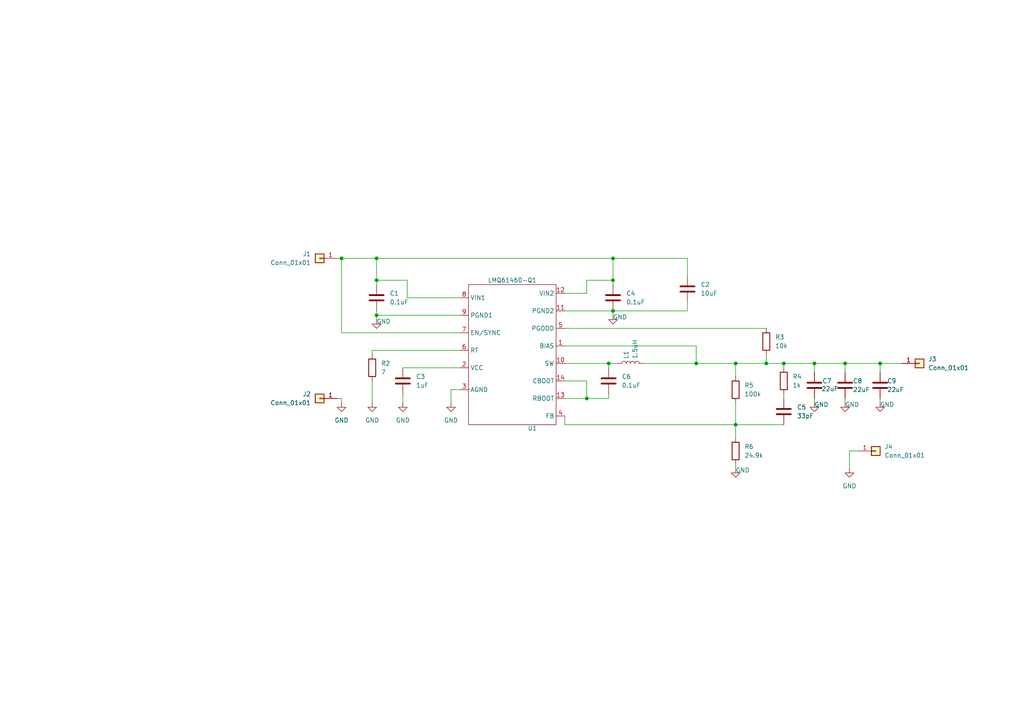
<source format=kicad_sch>
(kicad_sch
	(version 20231120)
	(generator "eeschema")
	(generator_version "8.0")
	(uuid "0930147f-cdc0-45ee-a049-3e61ec1a4230")
	(paper "A4")
	(lib_symbols
		(symbol "Connector_Generic:Conn_01x01"
			(pin_names
				(offset 1.016) hide)
			(exclude_from_sim no)
			(in_bom yes)
			(on_board yes)
			(property "Reference" "J"
				(at 0 2.54 0)
				(effects
					(font
						(size 1.27 1.27)
					)
				)
			)
			(property "Value" "Conn_01x01"
				(at 0 -2.54 0)
				(effects
					(font
						(size 1.27 1.27)
					)
				)
			)
			(property "Footprint" ""
				(at 0 0 0)
				(effects
					(font
						(size 1.27 1.27)
					)
					(hide yes)
				)
			)
			(property "Datasheet" "~"
				(at 0 0 0)
				(effects
					(font
						(size 1.27 1.27)
					)
					(hide yes)
				)
			)
			(property "Description" "Generic connector, single row, 01x01, script generated (kicad-library-utils/schlib/autogen/connector/)"
				(at 0 0 0)
				(effects
					(font
						(size 1.27 1.27)
					)
					(hide yes)
				)
			)
			(property "ki_keywords" "connector"
				(at 0 0 0)
				(effects
					(font
						(size 1.27 1.27)
					)
					(hide yes)
				)
			)
			(property "ki_fp_filters" "Connector*:*_1x??_*"
				(at 0 0 0)
				(effects
					(font
						(size 1.27 1.27)
					)
					(hide yes)
				)
			)
			(symbol "Conn_01x01_1_1"
				(rectangle
					(start -1.27 0.127)
					(end 0 -0.127)
					(stroke
						(width 0.1524)
						(type default)
					)
					(fill
						(type none)
					)
				)
				(rectangle
					(start -1.27 1.27)
					(end 1.27 -1.27)
					(stroke
						(width 0.254)
						(type default)
					)
					(fill
						(type background)
					)
				)
				(pin passive line
					(at -5.08 0 0)
					(length 3.81)
					(name "Pin_1"
						(effects
							(font
								(size 1.27 1.27)
							)
						)
					)
					(number "1"
						(effects
							(font
								(size 1.27 1.27)
							)
						)
					)
				)
			)
		)
		(symbol "Device:C"
			(pin_numbers hide)
			(pin_names
				(offset 0.254)
			)
			(exclude_from_sim no)
			(in_bom yes)
			(on_board yes)
			(property "Reference" "C"
				(at 0.635 2.54 0)
				(effects
					(font
						(size 1.27 1.27)
					)
					(justify left)
				)
			)
			(property "Value" "C"
				(at 0.635 -2.54 0)
				(effects
					(font
						(size 1.27 1.27)
					)
					(justify left)
				)
			)
			(property "Footprint" ""
				(at 0.9652 -3.81 0)
				(effects
					(font
						(size 1.27 1.27)
					)
					(hide yes)
				)
			)
			(property "Datasheet" "~"
				(at 0 0 0)
				(effects
					(font
						(size 1.27 1.27)
					)
					(hide yes)
				)
			)
			(property "Description" "Unpolarized capacitor"
				(at 0 0 0)
				(effects
					(font
						(size 1.27 1.27)
					)
					(hide yes)
				)
			)
			(property "ki_keywords" "cap capacitor"
				(at 0 0 0)
				(effects
					(font
						(size 1.27 1.27)
					)
					(hide yes)
				)
			)
			(property "ki_fp_filters" "C_*"
				(at 0 0 0)
				(effects
					(font
						(size 1.27 1.27)
					)
					(hide yes)
				)
			)
			(symbol "C_0_1"
				(polyline
					(pts
						(xy -2.032 -0.762) (xy 2.032 -0.762)
					)
					(stroke
						(width 0.508)
						(type default)
					)
					(fill
						(type none)
					)
				)
				(polyline
					(pts
						(xy -2.032 0.762) (xy 2.032 0.762)
					)
					(stroke
						(width 0.508)
						(type default)
					)
					(fill
						(type none)
					)
				)
			)
			(symbol "C_1_1"
				(pin passive line
					(at 0 3.81 270)
					(length 2.794)
					(name "~"
						(effects
							(font
								(size 1.27 1.27)
							)
						)
					)
					(number "1"
						(effects
							(font
								(size 1.27 1.27)
							)
						)
					)
				)
				(pin passive line
					(at 0 -3.81 90)
					(length 2.794)
					(name "~"
						(effects
							(font
								(size 1.27 1.27)
							)
						)
					)
					(number "2"
						(effects
							(font
								(size 1.27 1.27)
							)
						)
					)
				)
			)
		)
		(symbol "Device:L"
			(pin_numbers hide)
			(pin_names
				(offset 1.016) hide)
			(exclude_from_sim no)
			(in_bom yes)
			(on_board yes)
			(property "Reference" "L"
				(at -1.27 0 90)
				(effects
					(font
						(size 1.27 1.27)
					)
				)
			)
			(property "Value" "L"
				(at 1.905 0 90)
				(effects
					(font
						(size 1.27 1.27)
					)
				)
			)
			(property "Footprint" ""
				(at 0 0 0)
				(effects
					(font
						(size 1.27 1.27)
					)
					(hide yes)
				)
			)
			(property "Datasheet" "~"
				(at 0 0 0)
				(effects
					(font
						(size 1.27 1.27)
					)
					(hide yes)
				)
			)
			(property "Description" "Inductor"
				(at 0 0 0)
				(effects
					(font
						(size 1.27 1.27)
					)
					(hide yes)
				)
			)
			(property "ki_keywords" "inductor choke coil reactor magnetic"
				(at 0 0 0)
				(effects
					(font
						(size 1.27 1.27)
					)
					(hide yes)
				)
			)
			(property "ki_fp_filters" "Choke_* *Coil* Inductor_* L_*"
				(at 0 0 0)
				(effects
					(font
						(size 1.27 1.27)
					)
					(hide yes)
				)
			)
			(symbol "L_0_1"
				(arc
					(start 0 -2.54)
					(mid 0.6323 -1.905)
					(end 0 -1.27)
					(stroke
						(width 0)
						(type default)
					)
					(fill
						(type none)
					)
				)
				(arc
					(start 0 -1.27)
					(mid 0.6323 -0.635)
					(end 0 0)
					(stroke
						(width 0)
						(type default)
					)
					(fill
						(type none)
					)
				)
				(arc
					(start 0 0)
					(mid 0.6323 0.635)
					(end 0 1.27)
					(stroke
						(width 0)
						(type default)
					)
					(fill
						(type none)
					)
				)
				(arc
					(start 0 1.27)
					(mid 0.6323 1.905)
					(end 0 2.54)
					(stroke
						(width 0)
						(type default)
					)
					(fill
						(type none)
					)
				)
			)
			(symbol "L_1_1"
				(pin passive line
					(at 0 3.81 270)
					(length 1.27)
					(name "1"
						(effects
							(font
								(size 1.27 1.27)
							)
						)
					)
					(number "1"
						(effects
							(font
								(size 1.27 1.27)
							)
						)
					)
				)
				(pin passive line
					(at 0 -3.81 90)
					(length 1.27)
					(name "2"
						(effects
							(font
								(size 1.27 1.27)
							)
						)
					)
					(number "2"
						(effects
							(font
								(size 1.27 1.27)
							)
						)
					)
				)
			)
		)
		(symbol "Device:R"
			(pin_numbers hide)
			(pin_names
				(offset 0)
			)
			(exclude_from_sim no)
			(in_bom yes)
			(on_board yes)
			(property "Reference" "R"
				(at 2.032 0 90)
				(effects
					(font
						(size 1.27 1.27)
					)
				)
			)
			(property "Value" "R"
				(at 0 0 90)
				(effects
					(font
						(size 1.27 1.27)
					)
				)
			)
			(property "Footprint" ""
				(at -1.778 0 90)
				(effects
					(font
						(size 1.27 1.27)
					)
					(hide yes)
				)
			)
			(property "Datasheet" "~"
				(at 0 0 0)
				(effects
					(font
						(size 1.27 1.27)
					)
					(hide yes)
				)
			)
			(property "Description" "Resistor"
				(at 0 0 0)
				(effects
					(font
						(size 1.27 1.27)
					)
					(hide yes)
				)
			)
			(property "ki_keywords" "R res resistor"
				(at 0 0 0)
				(effects
					(font
						(size 1.27 1.27)
					)
					(hide yes)
				)
			)
			(property "ki_fp_filters" "R_*"
				(at 0 0 0)
				(effects
					(font
						(size 1.27 1.27)
					)
					(hide yes)
				)
			)
			(symbol "R_0_1"
				(rectangle
					(start -1.016 -2.54)
					(end 1.016 2.54)
					(stroke
						(width 0.254)
						(type default)
					)
					(fill
						(type none)
					)
				)
			)
			(symbol "R_1_1"
				(pin passive line
					(at 0 3.81 270)
					(length 1.27)
					(name "~"
						(effects
							(font
								(size 1.27 1.27)
							)
						)
					)
					(number "1"
						(effects
							(font
								(size 1.27 1.27)
							)
						)
					)
				)
				(pin passive line
					(at 0 -3.81 90)
					(length 1.27)
					(name "~"
						(effects
							(font
								(size 1.27 1.27)
							)
						)
					)
					(number "2"
						(effects
							(font
								(size 1.27 1.27)
							)
						)
					)
				)
			)
		)
		(symbol "Regulators:LMQ61460-Q1"
			(exclude_from_sim no)
			(in_bom yes)
			(on_board yes)
			(property "Reference" "LMQ61460-Q1"
				(at -11.684 20.32 0)
				(effects
					(font
						(size 1.27 1.27)
					)
				)
			)
			(property "Value" ""
				(at -408.94 -85.09 0)
				(effects
					(font
						(size 1.27 1.27)
					)
				)
			)
			(property "Footprint" ""
				(at -408.94 -85.09 0)
				(effects
					(font
						(size 1.27 1.27)
					)
					(hide yes)
				)
			)
			(property "Datasheet" ""
				(at -408.94 -85.09 0)
				(effects
					(font
						(size 1.27 1.27)
					)
					(hide yes)
				)
			)
			(property "Description" ""
				(at -408.94 -85.09 0)
				(effects
					(font
						(size 1.27 1.27)
					)
					(hide yes)
				)
			)
			(symbol "LMQ61460-Q1_0_1"
				(rectangle
					(start -12.7 19.05)
					(end 12.7 -21.59)
					(stroke
						(width 0)
						(type default)
					)
					(fill
						(type none)
					)
				)
			)
			(symbol "LMQ61460-Q1_1_1"
				(pin input line
					(at 15.24 1.27 180)
					(length 2.54)
					(name "BIAS"
						(effects
							(font
								(size 1.27 1.27)
							)
						)
					)
					(number "1"
						(effects
							(font
								(size 1.27 1.27)
							)
						)
					)
				)
				(pin input line
					(at 15.24 -3.81 180)
					(length 2.54)
					(name "SW"
						(effects
							(font
								(size 1.27 1.27)
							)
						)
					)
					(number "10"
						(effects
							(font
								(size 1.27 1.27)
							)
						)
					)
				)
				(pin input line
					(at 15.24 11.43 180)
					(length 2.54)
					(name "PGND2"
						(effects
							(font
								(size 1.27 1.27)
							)
						)
					)
					(number "11"
						(effects
							(font
								(size 1.27 1.27)
							)
						)
					)
				)
				(pin input line
					(at 15.24 16.51 180)
					(length 2.54)
					(name "VIN2"
						(effects
							(font
								(size 1.27 1.27)
							)
						)
					)
					(number "12"
						(effects
							(font
								(size 1.27 1.27)
							)
						)
					)
				)
				(pin input line
					(at 15.24 -13.97 180)
					(length 2.54)
					(name "RBOOT"
						(effects
							(font
								(size 1.27 1.27)
							)
						)
					)
					(number "13"
						(effects
							(font
								(size 1.27 1.27)
							)
						)
					)
				)
				(pin input line
					(at 15.24 -8.89 180)
					(length 2.54)
					(name "CBOOT"
						(effects
							(font
								(size 1.27 1.27)
							)
						)
					)
					(number "14"
						(effects
							(font
								(size 1.27 1.27)
							)
						)
					)
				)
				(pin input line
					(at -15.24 -5.08 0)
					(length 2.54)
					(name "VCC"
						(effects
							(font
								(size 1.27 1.27)
							)
						)
					)
					(number "2"
						(effects
							(font
								(size 1.27 1.27)
							)
						)
					)
				)
				(pin input line
					(at -15.24 -11.43 0)
					(length 2.54)
					(name "AGND"
						(effects
							(font
								(size 1.27 1.27)
							)
						)
					)
					(number "3"
						(effects
							(font
								(size 1.27 1.27)
							)
						)
					)
				)
				(pin input line
					(at 15.24 -19.05 180)
					(length 2.54)
					(name "FB"
						(effects
							(font
								(size 1.27 1.27)
							)
						)
					)
					(number "4"
						(effects
							(font
								(size 1.27 1.27)
							)
						)
					)
				)
				(pin input line
					(at 15.24 6.35 180)
					(length 2.54)
					(name "PGOOD"
						(effects
							(font
								(size 1.27 1.27)
							)
						)
					)
					(number "5"
						(effects
							(font
								(size 1.27 1.27)
							)
						)
					)
				)
				(pin input line
					(at -15.24 0 0)
					(length 2.54)
					(name "RT"
						(effects
							(font
								(size 1.27 1.27)
							)
						)
					)
					(number "6"
						(effects
							(font
								(size 1.27 1.27)
							)
						)
					)
				)
				(pin input line
					(at -15.24 5.08 0)
					(length 2.54)
					(name "EN/SYNC"
						(effects
							(font
								(size 1.27 1.27)
							)
						)
					)
					(number "7"
						(effects
							(font
								(size 1.27 1.27)
							)
						)
					)
				)
				(pin input line
					(at -15.24 15.24 0)
					(length 2.54)
					(name "VIN1"
						(effects
							(font
								(size 1.27 1.27)
							)
						)
					)
					(number "8"
						(effects
							(font
								(size 1.27 1.27)
							)
						)
					)
				)
				(pin input line
					(at -15.24 10.16 0)
					(length 2.54)
					(name "PGND1"
						(effects
							(font
								(size 1.27 1.27)
							)
						)
					)
					(number "9"
						(effects
							(font
								(size 1.27 1.27)
							)
						)
					)
				)
			)
		)
		(symbol "power:GND"
			(power)
			(pin_numbers hide)
			(pin_names
				(offset 0) hide)
			(exclude_from_sim no)
			(in_bom yes)
			(on_board yes)
			(property "Reference" "#PWR"
				(at 0 -6.35 0)
				(effects
					(font
						(size 1.27 1.27)
					)
					(hide yes)
				)
			)
			(property "Value" "GND"
				(at 0 -3.81 0)
				(effects
					(font
						(size 1.27 1.27)
					)
				)
			)
			(property "Footprint" ""
				(at 0 0 0)
				(effects
					(font
						(size 1.27 1.27)
					)
					(hide yes)
				)
			)
			(property "Datasheet" ""
				(at 0 0 0)
				(effects
					(font
						(size 1.27 1.27)
					)
					(hide yes)
				)
			)
			(property "Description" "Power symbol creates a global label with name \"GND\" , ground"
				(at 0 0 0)
				(effects
					(font
						(size 1.27 1.27)
					)
					(hide yes)
				)
			)
			(property "ki_keywords" "global power"
				(at 0 0 0)
				(effects
					(font
						(size 1.27 1.27)
					)
					(hide yes)
				)
			)
			(symbol "GND_0_1"
				(polyline
					(pts
						(xy 0 0) (xy 0 -1.27) (xy 1.27 -1.27) (xy 0 -2.54) (xy -1.27 -1.27) (xy 0 -1.27)
					)
					(stroke
						(width 0)
						(type default)
					)
					(fill
						(type none)
					)
				)
			)
			(symbol "GND_1_1"
				(pin power_in line
					(at 0 0 270)
					(length 0)
					(name "~"
						(effects
							(font
								(size 1.27 1.27)
							)
						)
					)
					(number "1"
						(effects
							(font
								(size 1.27 1.27)
							)
						)
					)
				)
			)
		)
	)
	(junction
		(at 245.11 105.41)
		(diameter 0)
		(color 0 0 0 0)
		(uuid "21d6c519-b023-40f8-8934-6f6c40025944")
	)
	(junction
		(at 227.33 105.41)
		(diameter 0)
		(color 0 0 0 0)
		(uuid "2f2f9dec-14ec-4d18-bb77-c7ca74598017")
	)
	(junction
		(at 201.93 105.41)
		(diameter 0)
		(color 0 0 0 0)
		(uuid "359676d7-89ab-4280-8bb4-5216931e6835")
	)
	(junction
		(at 109.22 81.28)
		(diameter 0)
		(color 0 0 0 0)
		(uuid "38d8c842-4f01-4623-bc88-4a8c0a0d3b53")
	)
	(junction
		(at 213.36 105.41)
		(diameter 0)
		(color 0 0 0 0)
		(uuid "3cc57090-3929-4477-847c-764d33381d2f")
	)
	(junction
		(at 255.27 105.41)
		(diameter 0)
		(color 0 0 0 0)
		(uuid "42d5fd05-baac-4a5c-9dab-62c93e0abbd1")
	)
	(junction
		(at 222.25 105.41)
		(diameter 0)
		(color 0 0 0 0)
		(uuid "4360c183-1a01-4344-85e1-0474432ee9cb")
	)
	(junction
		(at 99.06 74.93)
		(diameter 0)
		(color 0 0 0 0)
		(uuid "47b03400-8de2-4abc-aa8e-f25c861fbb00")
	)
	(junction
		(at 109.22 74.93)
		(diameter 0)
		(color 0 0 0 0)
		(uuid "8b45a080-5f91-4b3a-88f0-b33d074987db")
	)
	(junction
		(at 177.8 90.17)
		(diameter 0)
		(color 0 0 0 0)
		(uuid "8da73cdc-7196-496a-96ec-8b9e8cfc441d")
	)
	(junction
		(at 176.53 105.41)
		(diameter 0)
		(color 0 0 0 0)
		(uuid "9599b74e-e597-4a12-a70b-232cb6fc1ec6")
	)
	(junction
		(at 177.8 81.28)
		(diameter 0)
		(color 0 0 0 0)
		(uuid "aa6ecc36-b0a7-4a29-92a5-92c8d800b032")
	)
	(junction
		(at 170.18 115.57)
		(diameter 0)
		(color 0 0 0 0)
		(uuid "b32cb8b4-37d5-465c-83b8-416ae1fdecc7")
	)
	(junction
		(at 213.36 123.19)
		(diameter 0)
		(color 0 0 0 0)
		(uuid "b83a4fbf-c562-4b4f-906d-4a76ad2f96e3")
	)
	(junction
		(at 177.8 74.93)
		(diameter 0)
		(color 0 0 0 0)
		(uuid "e325297c-c41a-4421-8613-70ae0b1c949c")
	)
	(junction
		(at 109.22 91.44)
		(diameter 0)
		(color 0 0 0 0)
		(uuid "efdf7688-704c-476c-906b-800b724a7d93")
	)
	(junction
		(at 236.22 105.41)
		(diameter 0)
		(color 0 0 0 0)
		(uuid "f95abf56-dd4b-46bc-85b5-497e0c016525")
	)
	(wire
		(pts
			(xy 163.83 95.25) (xy 222.25 95.25)
		)
		(stroke
			(width 0)
			(type default)
		)
		(uuid "09e36c7e-7458-438f-9c43-556e0b4bf898")
	)
	(wire
		(pts
			(xy 246.38 135.89) (xy 246.38 130.81)
		)
		(stroke
			(width 0)
			(type default)
		)
		(uuid "0dc20b01-c83b-408b-b57b-50db0a7461d4")
	)
	(wire
		(pts
			(xy 163.83 110.49) (xy 170.18 110.49)
		)
		(stroke
			(width 0)
			(type default)
		)
		(uuid "1167fa22-f046-4fd5-aeb8-f28367994eff")
	)
	(wire
		(pts
			(xy 170.18 85.09) (xy 170.18 81.28)
		)
		(stroke
			(width 0)
			(type default)
		)
		(uuid "11aa0e8b-5195-44d9-b3a3-577074bb7ad8")
	)
	(wire
		(pts
			(xy 213.36 134.62) (xy 213.36 135.89)
		)
		(stroke
			(width 0)
			(type default)
		)
		(uuid "14e893ba-fcd2-48c7-9b0e-e499fe3a0559")
	)
	(wire
		(pts
			(xy 163.83 105.41) (xy 176.53 105.41)
		)
		(stroke
			(width 0)
			(type default)
		)
		(uuid "1644d1c5-71f4-4eab-8cde-9dc0bd6dd7f4")
	)
	(wire
		(pts
			(xy 109.22 82.55) (xy 109.22 81.28)
		)
		(stroke
			(width 0)
			(type default)
		)
		(uuid "18f80ef3-0156-4ec6-9748-74c1c66e7bc3")
	)
	(wire
		(pts
			(xy 107.95 101.6) (xy 107.95 102.87)
		)
		(stroke
			(width 0)
			(type default)
		)
		(uuid "1e1b7b1a-13e1-4f0c-bfc4-83b2dc0d877c")
	)
	(wire
		(pts
			(xy 245.11 115.57) (xy 245.11 116.84)
		)
		(stroke
			(width 0)
			(type default)
		)
		(uuid "1e513966-12c5-421a-b8fe-cb902448614f")
	)
	(wire
		(pts
			(xy 236.22 105.41) (xy 245.11 105.41)
		)
		(stroke
			(width 0)
			(type default)
		)
		(uuid "24ccee79-501f-4bb6-bd3f-ea9dfd646167")
	)
	(wire
		(pts
			(xy 201.93 105.41) (xy 201.93 100.33)
		)
		(stroke
			(width 0)
			(type default)
		)
		(uuid "2c87965f-3da3-44f2-bf43-2436808edcd5")
	)
	(wire
		(pts
			(xy 213.36 116.84) (xy 213.36 123.19)
		)
		(stroke
			(width 0)
			(type default)
		)
		(uuid "2e847acd-29c8-45a3-a836-3b0b1f4b5b4d")
	)
	(wire
		(pts
			(xy 177.8 90.17) (xy 177.8 91.44)
		)
		(stroke
			(width 0)
			(type default)
		)
		(uuid "304f54f1-6bb1-4994-be20-35fcf11e75ed")
	)
	(wire
		(pts
			(xy 176.53 115.57) (xy 176.53 114.3)
		)
		(stroke
			(width 0)
			(type default)
		)
		(uuid "33017e7e-efac-4c0f-9987-a91237695a8a")
	)
	(wire
		(pts
			(xy 99.06 116.84) (xy 99.06 115.57)
		)
		(stroke
			(width 0)
			(type default)
		)
		(uuid "33742d1e-bd9e-4eae-b4d9-94d8f55a0bf4")
	)
	(wire
		(pts
			(xy 130.81 113.03) (xy 133.35 113.03)
		)
		(stroke
			(width 0)
			(type default)
		)
		(uuid "34e1cdc8-46b1-4a93-a5bd-eaf8ae7a7bd7")
	)
	(wire
		(pts
			(xy 255.27 115.57) (xy 255.27 116.84)
		)
		(stroke
			(width 0)
			(type default)
		)
		(uuid "34f33d5d-f255-4aee-a898-7735cf047a4a")
	)
	(wire
		(pts
			(xy 227.33 105.41) (xy 236.22 105.41)
		)
		(stroke
			(width 0)
			(type default)
		)
		(uuid "3f2300f7-388a-45fb-8da8-06905becd049")
	)
	(wire
		(pts
			(xy 118.11 86.36) (xy 118.11 81.28)
		)
		(stroke
			(width 0)
			(type default)
		)
		(uuid "435729db-41df-4272-acf9-11b50a9ced17")
	)
	(wire
		(pts
			(xy 163.83 123.19) (xy 213.36 123.19)
		)
		(stroke
			(width 0)
			(type default)
		)
		(uuid "451b9d6e-8760-49f0-8047-a27cfffa5da5")
	)
	(wire
		(pts
			(xy 99.06 96.52) (xy 133.35 96.52)
		)
		(stroke
			(width 0)
			(type default)
		)
		(uuid "51fb46ec-c388-43ad-a4e4-8b0a38b3feaa")
	)
	(wire
		(pts
			(xy 186.69 105.41) (xy 201.93 105.41)
		)
		(stroke
			(width 0)
			(type default)
		)
		(uuid "56a3d21d-a843-47c6-895e-0b0f93888437")
	)
	(wire
		(pts
			(xy 245.11 105.41) (xy 255.27 105.41)
		)
		(stroke
			(width 0)
			(type default)
		)
		(uuid "5a82a0be-59e1-4728-b690-b7e65bd726b0")
	)
	(wire
		(pts
			(xy 99.06 115.57) (xy 97.79 115.57)
		)
		(stroke
			(width 0)
			(type default)
		)
		(uuid "6a0ff983-9627-4077-b0ed-34adfbcfde56")
	)
	(wire
		(pts
			(xy 177.8 74.93) (xy 177.8 81.28)
		)
		(stroke
			(width 0)
			(type default)
		)
		(uuid "6a420e48-5df6-40f4-a917-8fa32f0b1988")
	)
	(wire
		(pts
			(xy 109.22 91.44) (xy 109.22 90.17)
		)
		(stroke
			(width 0)
			(type default)
		)
		(uuid "70ef00b8-1eca-4f9b-bc0c-fbb384036056")
	)
	(wire
		(pts
			(xy 109.22 91.44) (xy 109.22 92.71)
		)
		(stroke
			(width 0)
			(type default)
		)
		(uuid "84d3a493-730b-4d43-a0c6-d7c14049af14")
	)
	(wire
		(pts
			(xy 130.81 116.84) (xy 130.81 113.03)
		)
		(stroke
			(width 0)
			(type default)
		)
		(uuid "86f08b47-f4bf-419a-b22f-4d2e5ede64e6")
	)
	(wire
		(pts
			(xy 177.8 74.93) (xy 199.39 74.93)
		)
		(stroke
			(width 0)
			(type default)
		)
		(uuid "8a10c533-a7cb-48c5-9e5b-73cf394f1426")
	)
	(wire
		(pts
			(xy 163.83 123.19) (xy 163.83 120.65)
		)
		(stroke
			(width 0)
			(type default)
		)
		(uuid "8a57b85a-dce7-4853-9e3a-5969ad66761d")
	)
	(wire
		(pts
			(xy 236.22 115.57) (xy 236.22 116.84)
		)
		(stroke
			(width 0)
			(type default)
		)
		(uuid "8d3c5840-f11c-424c-98c9-e96e98bc5f57")
	)
	(wire
		(pts
			(xy 222.25 102.87) (xy 222.25 105.41)
		)
		(stroke
			(width 0)
			(type default)
		)
		(uuid "8de0aa9e-bf44-4752-9416-eb1fdf933e18")
	)
	(wire
		(pts
			(xy 227.33 105.41) (xy 227.33 106.68)
		)
		(stroke
			(width 0)
			(type default)
		)
		(uuid "8f3523a1-6c72-46aa-9371-55fe9b2670b7")
	)
	(wire
		(pts
			(xy 236.22 105.41) (xy 236.22 107.95)
		)
		(stroke
			(width 0)
			(type default)
		)
		(uuid "9048014b-6f00-42f1-a985-aaef4a02e519")
	)
	(wire
		(pts
			(xy 116.84 106.68) (xy 133.35 106.68)
		)
		(stroke
			(width 0)
			(type default)
		)
		(uuid "972fbed5-9f12-4852-9959-3d8e92cbc479")
	)
	(wire
		(pts
			(xy 227.33 114.3) (xy 227.33 115.57)
		)
		(stroke
			(width 0)
			(type default)
		)
		(uuid "97c839eb-2527-4b5c-945b-dc32ce4106f3")
	)
	(wire
		(pts
			(xy 163.83 115.57) (xy 170.18 115.57)
		)
		(stroke
			(width 0)
			(type default)
		)
		(uuid "99f74ab2-88e4-4b91-a064-90414c44291f")
	)
	(wire
		(pts
			(xy 245.11 105.41) (xy 245.11 107.95)
		)
		(stroke
			(width 0)
			(type default)
		)
		(uuid "9a93dbee-79b7-473b-a2f3-e6e9ee7c21e9")
	)
	(wire
		(pts
			(xy 213.36 123.19) (xy 213.36 127)
		)
		(stroke
			(width 0)
			(type default)
		)
		(uuid "9c931d88-4cf6-4d71-9304-c2102d026acc")
	)
	(wire
		(pts
			(xy 213.36 105.41) (xy 213.36 109.22)
		)
		(stroke
			(width 0)
			(type default)
		)
		(uuid "9db1df37-36f5-4dd9-beaa-9f1bbb8e07af")
	)
	(wire
		(pts
			(xy 213.36 105.41) (xy 201.93 105.41)
		)
		(stroke
			(width 0)
			(type default)
		)
		(uuid "a02c91e6-6bd9-405e-a21a-18e8f7258de6")
	)
	(wire
		(pts
			(xy 199.39 90.17) (xy 177.8 90.17)
		)
		(stroke
			(width 0)
			(type default)
		)
		(uuid "a091c306-b7d4-46fc-91ef-dc669389b632")
	)
	(wire
		(pts
			(xy 177.8 81.28) (xy 177.8 82.55)
		)
		(stroke
			(width 0)
			(type default)
		)
		(uuid "a1c2d85c-9188-493a-87e0-a1c7568d979d")
	)
	(wire
		(pts
			(xy 255.27 105.41) (xy 261.62 105.41)
		)
		(stroke
			(width 0)
			(type default)
		)
		(uuid "a70a86e1-a035-40d3-9496-9357ad182099")
	)
	(wire
		(pts
			(xy 176.53 105.41) (xy 179.07 105.41)
		)
		(stroke
			(width 0)
			(type default)
		)
		(uuid "a79d49ec-b230-4fef-8d75-3509602f3400")
	)
	(wire
		(pts
			(xy 109.22 74.93) (xy 109.22 81.28)
		)
		(stroke
			(width 0)
			(type default)
		)
		(uuid "a88d9e6c-e679-41d8-9a39-df3f56a71464")
	)
	(wire
		(pts
			(xy 99.06 74.93) (xy 99.06 96.52)
		)
		(stroke
			(width 0)
			(type default)
		)
		(uuid "aa53a75f-e47c-4ec0-8b8b-09d348c3c697")
	)
	(wire
		(pts
			(xy 163.83 85.09) (xy 170.18 85.09)
		)
		(stroke
			(width 0)
			(type default)
		)
		(uuid "af3851f6-8eeb-405f-9731-d8c143beccc1")
	)
	(wire
		(pts
			(xy 109.22 74.93) (xy 177.8 74.93)
		)
		(stroke
			(width 0)
			(type default)
		)
		(uuid "af63ac40-ca38-4405-8027-13fcb68f0321")
	)
	(wire
		(pts
			(xy 199.39 87.63) (xy 199.39 90.17)
		)
		(stroke
			(width 0)
			(type default)
		)
		(uuid "b4d4dfba-c61e-42b7-8fed-da8c2d0fbca4")
	)
	(wire
		(pts
			(xy 116.84 114.3) (xy 116.84 116.84)
		)
		(stroke
			(width 0)
			(type default)
		)
		(uuid "b64357be-2c25-4837-800e-291bbe1a9eac")
	)
	(wire
		(pts
			(xy 107.95 110.49) (xy 107.95 116.84)
		)
		(stroke
			(width 0)
			(type default)
		)
		(uuid "b703704e-9143-4c9d-86ef-0fed4467ffc9")
	)
	(wire
		(pts
			(xy 177.8 90.17) (xy 163.83 90.17)
		)
		(stroke
			(width 0)
			(type default)
		)
		(uuid "b8930493-5483-4113-b73e-784d7960b6d6")
	)
	(wire
		(pts
			(xy 255.27 105.41) (xy 255.27 107.95)
		)
		(stroke
			(width 0)
			(type default)
		)
		(uuid "c145fcfd-b38b-413c-b968-74c3678c3399")
	)
	(wire
		(pts
			(xy 99.06 74.93) (xy 109.22 74.93)
		)
		(stroke
			(width 0)
			(type default)
		)
		(uuid "c5adf29e-bb32-43e5-9f76-c00b106fd2c4")
	)
	(wire
		(pts
			(xy 213.36 123.19) (xy 227.33 123.19)
		)
		(stroke
			(width 0)
			(type default)
		)
		(uuid "c63157c6-3b42-4c02-b27c-6caf74931f9b")
	)
	(wire
		(pts
			(xy 109.22 91.44) (xy 133.35 91.44)
		)
		(stroke
			(width 0)
			(type default)
		)
		(uuid "c66fda8d-7198-44e2-8d2d-0b5790c47fcc")
	)
	(wire
		(pts
			(xy 118.11 81.28) (xy 109.22 81.28)
		)
		(stroke
			(width 0)
			(type default)
		)
		(uuid "ccb5c3de-45bd-4722-b660-a22cbddbf0b2")
	)
	(wire
		(pts
			(xy 133.35 101.6) (xy 107.95 101.6)
		)
		(stroke
			(width 0)
			(type default)
		)
		(uuid "d1d89bba-4844-4914-9c0b-d2a15042b9d5")
	)
	(wire
		(pts
			(xy 133.35 86.36) (xy 118.11 86.36)
		)
		(stroke
			(width 0)
			(type default)
		)
		(uuid "d1e171dd-9e68-4d1b-8cac-be5152b39f18")
	)
	(wire
		(pts
			(xy 199.39 74.93) (xy 199.39 80.01)
		)
		(stroke
			(width 0)
			(type default)
		)
		(uuid "d737f2bf-f0a8-4dfd-a2c0-947257efd7d1")
	)
	(wire
		(pts
			(xy 170.18 110.49) (xy 170.18 115.57)
		)
		(stroke
			(width 0)
			(type default)
		)
		(uuid "dce93a36-66d8-487d-8a4b-9ab94897804c")
	)
	(wire
		(pts
			(xy 222.25 105.41) (xy 227.33 105.41)
		)
		(stroke
			(width 0)
			(type default)
		)
		(uuid "e2e39da3-cf44-4709-9ccc-8419aa8cc3ba")
	)
	(wire
		(pts
			(xy 213.36 105.41) (xy 222.25 105.41)
		)
		(stroke
			(width 0)
			(type default)
		)
		(uuid "e6a101f4-73d3-4820-91f0-81a6d0bfd59a")
	)
	(wire
		(pts
			(xy 246.38 130.81) (xy 248.92 130.81)
		)
		(stroke
			(width 0)
			(type default)
		)
		(uuid "e81b8561-eb70-41ab-b68f-3b52c30b5d62")
	)
	(wire
		(pts
			(xy 170.18 81.28) (xy 177.8 81.28)
		)
		(stroke
			(width 0)
			(type default)
		)
		(uuid "ec5deea2-e8c0-45a4-b424-50d233bb772f")
	)
	(wire
		(pts
			(xy 176.53 105.41) (xy 176.53 106.68)
		)
		(stroke
			(width 0)
			(type default)
		)
		(uuid "f0d904a1-de50-4666-abd4-ef1d4b9fb5f1")
	)
	(wire
		(pts
			(xy 97.79 74.93) (xy 99.06 74.93)
		)
		(stroke
			(width 0)
			(type default)
		)
		(uuid "fa9f7737-80c9-4999-9e26-a4de6220239f")
	)
	(wire
		(pts
			(xy 170.18 115.57) (xy 176.53 115.57)
		)
		(stroke
			(width 0)
			(type default)
		)
		(uuid "fab04b89-0d14-42d7-82a3-af713481bbc5")
	)
	(wire
		(pts
			(xy 201.93 100.33) (xy 163.83 100.33)
		)
		(stroke
			(width 0)
			(type default)
		)
		(uuid "fbb73c53-4a4a-4c23-9109-e516bd7ddf52")
	)
	(symbol
		(lib_id "Device:C")
		(at 177.8 86.36 0)
		(unit 1)
		(exclude_from_sim no)
		(in_bom yes)
		(on_board yes)
		(dnp no)
		(fields_autoplaced yes)
		(uuid "0d301428-d2c1-4400-ad2d-31feb4397db3")
		(property "Reference" "C4"
			(at 181.61 85.0899 0)
			(effects
				(font
					(size 1.27 1.27)
				)
				(justify left)
			)
		)
		(property "Value" "0.1uF"
			(at 181.61 87.6299 0)
			(effects
				(font
					(size 1.27 1.27)
				)
				(justify left)
			)
		)
		(property "Footprint" "Capacitor_SMD:C_0402_1005Metric"
			(at 178.7652 90.17 0)
			(effects
				(font
					(size 1.27 1.27)
				)
				(hide yes)
			)
		)
		(property "Datasheet" "~"
			(at 177.8 86.36 0)
			(effects
				(font
					(size 1.27 1.27)
				)
				(hide yes)
			)
		)
		(property "Description" "Unpolarized capacitor"
			(at 177.8 86.36 0)
			(effects
				(font
					(size 1.27 1.27)
				)
				(hide yes)
			)
		)
		(pin "1"
			(uuid "fd8a6c08-1e0a-42bd-bc8a-d4d35dcb3645")
		)
		(pin "2"
			(uuid "79b2d616-98aa-4a96-9502-b01fc29a1b8d")
		)
		(instances
			(project "LMQ61460-Q1"
				(path "/0930147f-cdc0-45ee-a049-3e61ec1a4230"
					(reference "C4")
					(unit 1)
				)
			)
		)
	)
	(symbol
		(lib_id "Device:C")
		(at 227.33 119.38 0)
		(unit 1)
		(exclude_from_sim no)
		(in_bom yes)
		(on_board yes)
		(dnp no)
		(fields_autoplaced yes)
		(uuid "28c8acaa-907e-428c-952c-e2cdd0063d56")
		(property "Reference" "C5"
			(at 231.14 118.1099 0)
			(effects
				(font
					(size 1.27 1.27)
				)
				(justify left)
			)
		)
		(property "Value" "33pF"
			(at 231.14 120.6499 0)
			(effects
				(font
					(size 1.27 1.27)
				)
				(justify left)
			)
		)
		(property "Footprint" "Capacitor_SMD:C_0402_1005Metric"
			(at 228.2952 123.19 0)
			(effects
				(font
					(size 1.27 1.27)
				)
				(hide yes)
			)
		)
		(property "Datasheet" "~"
			(at 227.33 119.38 0)
			(effects
				(font
					(size 1.27 1.27)
				)
				(hide yes)
			)
		)
		(property "Description" "Unpolarized capacitor"
			(at 227.33 119.38 0)
			(effects
				(font
					(size 1.27 1.27)
				)
				(hide yes)
			)
		)
		(pin "1"
			(uuid "46ddfbc5-2f8b-4182-bb56-49c5581008ff")
		)
		(pin "2"
			(uuid "325cd87d-df56-4602-ae21-080476c87f0c")
		)
		(instances
			(project "LMQ61460-Q1"
				(path "/0930147f-cdc0-45ee-a049-3e61ec1a4230"
					(reference "C5")
					(unit 1)
				)
			)
		)
	)
	(symbol
		(lib_id "Device:R")
		(at 213.36 130.81 0)
		(unit 1)
		(exclude_from_sim no)
		(in_bom yes)
		(on_board yes)
		(dnp no)
		(fields_autoplaced yes)
		(uuid "30be1017-0a4c-43f8-9ca0-a2aa64432273")
		(property "Reference" "R6"
			(at 215.9 129.5399 0)
			(effects
				(font
					(size 1.27 1.27)
				)
				(justify left)
			)
		)
		(property "Value" "24.9k"
			(at 215.9 132.0799 0)
			(effects
				(font
					(size 1.27 1.27)
				)
				(justify left)
			)
		)
		(property "Footprint" "Resistor_SMD:R_0402_1005Metric"
			(at 211.582 130.81 90)
			(effects
				(font
					(size 1.27 1.27)
				)
				(hide yes)
			)
		)
		(property "Datasheet" "~"
			(at 213.36 130.81 0)
			(effects
				(font
					(size 1.27 1.27)
				)
				(hide yes)
			)
		)
		(property "Description" "Resistor"
			(at 213.36 130.81 0)
			(effects
				(font
					(size 1.27 1.27)
				)
				(hide yes)
			)
		)
		(pin "1"
			(uuid "99724159-1696-420e-b897-cd35f92f2a12")
		)
		(pin "2"
			(uuid "1bd67af6-a20f-4ef9-93c3-d332a537d3a4")
		)
		(instances
			(project "LMQ61460-Q1"
				(path "/0930147f-cdc0-45ee-a049-3e61ec1a4230"
					(reference "R6")
					(unit 1)
				)
			)
		)
	)
	(symbol
		(lib_id "power:GND")
		(at 130.81 116.84 0)
		(unit 1)
		(exclude_from_sim no)
		(in_bom yes)
		(on_board yes)
		(dnp no)
		(fields_autoplaced yes)
		(uuid "3158b274-6dce-4c83-a94b-fa5ceb22d29f")
		(property "Reference" "#PWR07"
			(at 130.81 123.19 0)
			(effects
				(font
					(size 1.27 1.27)
				)
				(hide yes)
			)
		)
		(property "Value" "GND"
			(at 130.81 121.92 0)
			(effects
				(font
					(size 1.27 1.27)
				)
			)
		)
		(property "Footprint" ""
			(at 130.81 116.84 0)
			(effects
				(font
					(size 1.27 1.27)
				)
				(hide yes)
			)
		)
		(property "Datasheet" ""
			(at 130.81 116.84 0)
			(effects
				(font
					(size 1.27 1.27)
				)
				(hide yes)
			)
		)
		(property "Description" "Power symbol creates a global label with name \"GND\" , ground"
			(at 130.81 116.84 0)
			(effects
				(font
					(size 1.27 1.27)
				)
				(hide yes)
			)
		)
		(pin "1"
			(uuid "be9c2676-f87e-43af-8854-60a93a3a0ed1")
		)
		(instances
			(project "LMQ61460-Q1"
				(path "/0930147f-cdc0-45ee-a049-3e61ec1a4230"
					(reference "#PWR07")
					(unit 1)
				)
			)
		)
	)
	(symbol
		(lib_id "power:GND")
		(at 245.11 116.84 0)
		(unit 1)
		(exclude_from_sim no)
		(in_bom yes)
		(on_board yes)
		(dnp no)
		(uuid "34fca989-1eea-4dbd-b1b8-d6cdf134908d")
		(property "Reference" "#PWR010"
			(at 245.11 123.19 0)
			(effects
				(font
					(size 1.27 1.27)
				)
				(hide yes)
			)
		)
		(property "Value" "GND"
			(at 247.142 117.348 0)
			(effects
				(font
					(size 1.27 1.27)
				)
			)
		)
		(property "Footprint" ""
			(at 245.11 116.84 0)
			(effects
				(font
					(size 1.27 1.27)
				)
				(hide yes)
			)
		)
		(property "Datasheet" ""
			(at 245.11 116.84 0)
			(effects
				(font
					(size 1.27 1.27)
				)
				(hide yes)
			)
		)
		(property "Description" "Power symbol creates a global label with name \"GND\" , ground"
			(at 245.11 116.84 0)
			(effects
				(font
					(size 1.27 1.27)
				)
				(hide yes)
			)
		)
		(pin "1"
			(uuid "88f5b225-45a3-4af0-ab5e-a8693c519832")
		)
		(instances
			(project "LMQ61460-Q1"
				(path "/0930147f-cdc0-45ee-a049-3e61ec1a4230"
					(reference "#PWR010")
					(unit 1)
				)
			)
		)
	)
	(symbol
		(lib_id "power:GND")
		(at 109.22 92.71 0)
		(unit 1)
		(exclude_from_sim no)
		(in_bom yes)
		(on_board yes)
		(dnp no)
		(uuid "3ca241af-d8bf-4e94-80fc-c19b4c26f317")
		(property "Reference" "#PWR03"
			(at 109.22 99.06 0)
			(effects
				(font
					(size 1.27 1.27)
				)
				(hide yes)
			)
		)
		(property "Value" "GND"
			(at 111.252 93.218 0)
			(effects
				(font
					(size 1.27 1.27)
				)
			)
		)
		(property "Footprint" ""
			(at 109.22 92.71 0)
			(effects
				(font
					(size 1.27 1.27)
				)
				(hide yes)
			)
		)
		(property "Datasheet" ""
			(at 109.22 92.71 0)
			(effects
				(font
					(size 1.27 1.27)
				)
				(hide yes)
			)
		)
		(property "Description" "Power symbol creates a global label with name \"GND\" , ground"
			(at 109.22 92.71 0)
			(effects
				(font
					(size 1.27 1.27)
				)
				(hide yes)
			)
		)
		(pin "1"
			(uuid "0a8b2274-1b48-4e81-a05d-6bda2b2b0435")
		)
		(instances
			(project "LMQ61460-Q1"
				(path "/0930147f-cdc0-45ee-a049-3e61ec1a4230"
					(reference "#PWR03")
					(unit 1)
				)
			)
		)
	)
	(symbol
		(lib_id "Device:C")
		(at 116.84 110.49 0)
		(unit 1)
		(exclude_from_sim no)
		(in_bom yes)
		(on_board yes)
		(dnp no)
		(fields_autoplaced yes)
		(uuid "3f35e54f-652f-4346-9fde-b3ccef8f5cb0")
		(property "Reference" "C3"
			(at 120.65 109.2199 0)
			(effects
				(font
					(size 1.27 1.27)
				)
				(justify left)
			)
		)
		(property "Value" "1uF"
			(at 120.65 111.7599 0)
			(effects
				(font
					(size 1.27 1.27)
				)
				(justify left)
			)
		)
		(property "Footprint" "Capacitor_SMD:C_0402_1005Metric"
			(at 117.8052 114.3 0)
			(effects
				(font
					(size 1.27 1.27)
				)
				(hide yes)
			)
		)
		(property "Datasheet" "~"
			(at 116.84 110.49 0)
			(effects
				(font
					(size 1.27 1.27)
				)
				(hide yes)
			)
		)
		(property "Description" "Unpolarized capacitor"
			(at 116.84 110.49 0)
			(effects
				(font
					(size 1.27 1.27)
				)
				(hide yes)
			)
		)
		(pin "1"
			(uuid "2fbe0073-101f-4b05-b96c-a19734424e52")
		)
		(pin "2"
			(uuid "5ee25627-6680-4e39-acda-918058bc16f3")
		)
		(instances
			(project "LMQ61460-Q1"
				(path "/0930147f-cdc0-45ee-a049-3e61ec1a4230"
					(reference "C3")
					(unit 1)
				)
			)
		)
	)
	(symbol
		(lib_id "power:GND")
		(at 255.27 116.84 0)
		(unit 1)
		(exclude_from_sim no)
		(in_bom yes)
		(on_board yes)
		(dnp no)
		(uuid "41ca99cd-632e-40d4-8743-17e3757518bd")
		(property "Reference" "#PWR011"
			(at 255.27 123.19 0)
			(effects
				(font
					(size 1.27 1.27)
				)
				(hide yes)
			)
		)
		(property "Value" "GND"
			(at 257.302 117.348 0)
			(effects
				(font
					(size 1.27 1.27)
				)
			)
		)
		(property "Footprint" ""
			(at 255.27 116.84 0)
			(effects
				(font
					(size 1.27 1.27)
				)
				(hide yes)
			)
		)
		(property "Datasheet" ""
			(at 255.27 116.84 0)
			(effects
				(font
					(size 1.27 1.27)
				)
				(hide yes)
			)
		)
		(property "Description" "Power symbol creates a global label with name \"GND\" , ground"
			(at 255.27 116.84 0)
			(effects
				(font
					(size 1.27 1.27)
				)
				(hide yes)
			)
		)
		(pin "1"
			(uuid "6556b898-460a-4bba-a0fb-a3962bdf8719")
		)
		(instances
			(project "LMQ61460-Q1"
				(path "/0930147f-cdc0-45ee-a049-3e61ec1a4230"
					(reference "#PWR011")
					(unit 1)
				)
			)
		)
	)
	(symbol
		(lib_id "power:GND")
		(at 116.84 116.84 0)
		(unit 1)
		(exclude_from_sim no)
		(in_bom yes)
		(on_board yes)
		(dnp no)
		(fields_autoplaced yes)
		(uuid "480e2701-a6a0-4366-904b-28aaa37b37a9")
		(property "Reference" "#PWR06"
			(at 116.84 123.19 0)
			(effects
				(font
					(size 1.27 1.27)
				)
				(hide yes)
			)
		)
		(property "Value" "GND"
			(at 116.84 121.92 0)
			(effects
				(font
					(size 1.27 1.27)
				)
			)
		)
		(property "Footprint" ""
			(at 116.84 116.84 0)
			(effects
				(font
					(size 1.27 1.27)
				)
				(hide yes)
			)
		)
		(property "Datasheet" ""
			(at 116.84 116.84 0)
			(effects
				(font
					(size 1.27 1.27)
				)
				(hide yes)
			)
		)
		(property "Description" "Power symbol creates a global label with name \"GND\" , ground"
			(at 116.84 116.84 0)
			(effects
				(font
					(size 1.27 1.27)
				)
				(hide yes)
			)
		)
		(pin "1"
			(uuid "a65027ef-69af-4ee9-8048-9b51c6122205")
		)
		(instances
			(project "LMQ61460-Q1"
				(path "/0930147f-cdc0-45ee-a049-3e61ec1a4230"
					(reference "#PWR06")
					(unit 1)
				)
			)
		)
	)
	(symbol
		(lib_id "power:GND")
		(at 177.8 91.44 0)
		(unit 1)
		(exclude_from_sim no)
		(in_bom yes)
		(on_board yes)
		(dnp no)
		(uuid "50ed6e9c-6484-478a-914e-d5973b727d37")
		(property "Reference" "#PWR04"
			(at 177.8 97.79 0)
			(effects
				(font
					(size 1.27 1.27)
				)
				(hide yes)
			)
		)
		(property "Value" "GND"
			(at 179.832 91.948 0)
			(effects
				(font
					(size 1.27 1.27)
				)
			)
		)
		(property "Footprint" ""
			(at 177.8 91.44 0)
			(effects
				(font
					(size 1.27 1.27)
				)
				(hide yes)
			)
		)
		(property "Datasheet" ""
			(at 177.8 91.44 0)
			(effects
				(font
					(size 1.27 1.27)
				)
				(hide yes)
			)
		)
		(property "Description" "Power symbol creates a global label with name \"GND\" , ground"
			(at 177.8 91.44 0)
			(effects
				(font
					(size 1.27 1.27)
				)
				(hide yes)
			)
		)
		(pin "1"
			(uuid "7325c5fc-0d16-4507-b769-4564bfd800f2")
		)
		(instances
			(project "LMQ61460-Q1"
				(path "/0930147f-cdc0-45ee-a049-3e61ec1a4230"
					(reference "#PWR04")
					(unit 1)
				)
			)
		)
	)
	(symbol
		(lib_id "Device:R")
		(at 213.36 113.03 0)
		(unit 1)
		(exclude_from_sim no)
		(in_bom yes)
		(on_board yes)
		(dnp no)
		(fields_autoplaced yes)
		(uuid "51cd4432-44e3-489b-a03e-e0829786f7cb")
		(property "Reference" "R5"
			(at 215.9 111.7599 0)
			(effects
				(font
					(size 1.27 1.27)
				)
				(justify left)
			)
		)
		(property "Value" "100k"
			(at 215.9 114.2999 0)
			(effects
				(font
					(size 1.27 1.27)
				)
				(justify left)
			)
		)
		(property "Footprint" "Resistor_SMD:R_0402_1005Metric"
			(at 211.582 113.03 90)
			(effects
				(font
					(size 1.27 1.27)
				)
				(hide yes)
			)
		)
		(property "Datasheet" "~"
			(at 213.36 113.03 0)
			(effects
				(font
					(size 1.27 1.27)
				)
				(hide yes)
			)
		)
		(property "Description" "Resistor"
			(at 213.36 113.03 0)
			(effects
				(font
					(size 1.27 1.27)
				)
				(hide yes)
			)
		)
		(pin "1"
			(uuid "318d386a-5011-4946-9b29-333b39237140")
		)
		(pin "2"
			(uuid "53973971-04e4-430b-a814-9142cd04dd04")
		)
		(instances
			(project "LMQ61460-Q1"
				(path "/0930147f-cdc0-45ee-a049-3e61ec1a4230"
					(reference "R5")
					(unit 1)
				)
			)
		)
	)
	(symbol
		(lib_id "Device:L")
		(at 182.88 105.41 90)
		(unit 1)
		(exclude_from_sim no)
		(in_bom yes)
		(on_board yes)
		(dnp no)
		(uuid "52b5a05c-d4c1-4516-842a-f86db063463c")
		(property "Reference" "L1"
			(at 181.6099 104.14 0)
			(effects
				(font
					(size 1.27 1.27)
				)
				(justify left)
			)
		)
		(property "Value" "1.5uH"
			(at 184.1499 104.14 0)
			(effects
				(font
					(size 1.27 1.27)
				)
				(justify left)
			)
		)
		(property "Footprint" "Inductor_SMD:L_Coilcraft_XxL4020"
			(at 182.88 105.41 0)
			(effects
				(font
					(size 1.27 1.27)
				)
				(hide yes)
			)
		)
		(property "Datasheet" "~"
			(at 182.88 105.41 0)
			(effects
				(font
					(size 1.27 1.27)
				)
				(hide yes)
			)
		)
		(property "Description" "Inductor"
			(at 182.88 105.41 0)
			(effects
				(font
					(size 1.27 1.27)
				)
				(hide yes)
			)
		)
		(pin "2"
			(uuid "8ca3b6de-32e5-4cf3-939c-7d4f279c8081")
		)
		(pin "1"
			(uuid "a6d7d708-a16b-4085-b1f9-a75ae53cbd20")
		)
		(instances
			(project ""
				(path "/0930147f-cdc0-45ee-a049-3e61ec1a4230"
					(reference "L1")
					(unit 1)
				)
			)
		)
	)
	(symbol
		(lib_id "Device:C")
		(at 109.22 86.36 0)
		(unit 1)
		(exclude_from_sim no)
		(in_bom yes)
		(on_board yes)
		(dnp no)
		(fields_autoplaced yes)
		(uuid "52dd9dae-54f4-4bdb-af55-9ab58710720b")
		(property "Reference" "C1"
			(at 113.03 85.0899 0)
			(effects
				(font
					(size 1.27 1.27)
				)
				(justify left)
			)
		)
		(property "Value" "0.1uF"
			(at 113.03 87.6299 0)
			(effects
				(font
					(size 1.27 1.27)
				)
				(justify left)
			)
		)
		(property "Footprint" "Capacitor_SMD:C_0504_1310Metric"
			(at 110.1852 90.17 0)
			(effects
				(font
					(size 1.27 1.27)
				)
				(hide yes)
			)
		)
		(property "Datasheet" "~"
			(at 109.22 86.36 0)
			(effects
				(font
					(size 1.27 1.27)
				)
				(hide yes)
			)
		)
		(property "Description" "Unpolarized capacitor"
			(at 109.22 86.36 0)
			(effects
				(font
					(size 1.27 1.27)
				)
				(hide yes)
			)
		)
		(pin "1"
			(uuid "301c8382-dafd-461c-80cf-c1fe07481533")
		)
		(pin "2"
			(uuid "f2f92d18-c9bd-411c-aa2c-4a88a90db01c")
		)
		(instances
			(project ""
				(path "/0930147f-cdc0-45ee-a049-3e61ec1a4230"
					(reference "C1")
					(unit 1)
				)
			)
		)
	)
	(symbol
		(lib_id "Connector_Generic:Conn_01x01")
		(at 92.71 115.57 0)
		(mirror y)
		(unit 1)
		(exclude_from_sim no)
		(in_bom yes)
		(on_board yes)
		(dnp no)
		(uuid "54117940-75e0-4b46-a58c-68bba04e574e")
		(property "Reference" "J2"
			(at 90.17 114.2999 0)
			(effects
				(font
					(size 1.27 1.27)
				)
				(justify left)
			)
		)
		(property "Value" "Conn_01x01"
			(at 90.17 116.8399 0)
			(effects
				(font
					(size 1.27 1.27)
				)
				(justify left)
			)
		)
		(property "Footprint" "Connector:Banana_Jack_1Pin"
			(at 92.71 115.57 0)
			(effects
				(font
					(size 1.27 1.27)
				)
				(hide yes)
			)
		)
		(property "Datasheet" "~"
			(at 92.71 115.57 0)
			(effects
				(font
					(size 1.27 1.27)
				)
				(hide yes)
			)
		)
		(property "Description" "Generic connector, single row, 01x01, script generated (kicad-library-utils/schlib/autogen/connector/)"
			(at 92.71 115.57 0)
			(effects
				(font
					(size 1.27 1.27)
				)
				(hide yes)
			)
		)
		(pin "1"
			(uuid "ee92562a-3e61-4fba-afbd-30db5a806775")
		)
		(instances
			(project "LMQ61460-Q1"
				(path "/0930147f-cdc0-45ee-a049-3e61ec1a4230"
					(reference "J2")
					(unit 1)
				)
			)
		)
	)
	(symbol
		(lib_id "power:GND")
		(at 213.36 135.89 0)
		(unit 1)
		(exclude_from_sim no)
		(in_bom yes)
		(on_board yes)
		(dnp no)
		(uuid "5983c204-efbb-446d-9ce3-0e049b738a77")
		(property "Reference" "#PWR09"
			(at 213.36 142.24 0)
			(effects
				(font
					(size 1.27 1.27)
				)
				(hide yes)
			)
		)
		(property "Value" "GND"
			(at 215.392 136.398 0)
			(effects
				(font
					(size 1.27 1.27)
				)
			)
		)
		(property "Footprint" ""
			(at 213.36 135.89 0)
			(effects
				(font
					(size 1.27 1.27)
				)
				(hide yes)
			)
		)
		(property "Datasheet" ""
			(at 213.36 135.89 0)
			(effects
				(font
					(size 1.27 1.27)
				)
				(hide yes)
			)
		)
		(property "Description" "Power symbol creates a global label with name \"GND\" , ground"
			(at 213.36 135.89 0)
			(effects
				(font
					(size 1.27 1.27)
				)
				(hide yes)
			)
		)
		(pin "1"
			(uuid "06684078-9d90-4744-808e-0b0ee5346ce8")
		)
		(instances
			(project "LMQ61460-Q1"
				(path "/0930147f-cdc0-45ee-a049-3e61ec1a4230"
					(reference "#PWR09")
					(unit 1)
				)
			)
		)
	)
	(symbol
		(lib_id "Connector_Generic:Conn_01x01")
		(at 254 130.81 0)
		(unit 1)
		(exclude_from_sim no)
		(in_bom yes)
		(on_board yes)
		(dnp no)
		(uuid "61c6e342-0091-4e11-bff7-d1c9ce67c176")
		(property "Reference" "J4"
			(at 256.54 129.5399 0)
			(effects
				(font
					(size 1.27 1.27)
				)
				(justify left)
			)
		)
		(property "Value" "Conn_01x01"
			(at 256.54 132.0799 0)
			(effects
				(font
					(size 1.27 1.27)
				)
				(justify left)
			)
		)
		(property "Footprint" "Connector:Banana_Jack_1Pin"
			(at 254 130.81 0)
			(effects
				(font
					(size 1.27 1.27)
				)
				(hide yes)
			)
		)
		(property "Datasheet" "~"
			(at 254 130.81 0)
			(effects
				(font
					(size 1.27 1.27)
				)
				(hide yes)
			)
		)
		(property "Description" "Generic connector, single row, 01x01, script generated (kicad-library-utils/schlib/autogen/connector/)"
			(at 254 130.81 0)
			(effects
				(font
					(size 1.27 1.27)
				)
				(hide yes)
			)
		)
		(pin "1"
			(uuid "4136a0e5-16f6-4428-89f1-1156e57c6377")
		)
		(instances
			(project "LMQ61460-Q1"
				(path "/0930147f-cdc0-45ee-a049-3e61ec1a4230"
					(reference "J4")
					(unit 1)
				)
			)
		)
	)
	(symbol
		(lib_id "Device:R")
		(at 227.33 110.49 0)
		(unit 1)
		(exclude_from_sim no)
		(in_bom yes)
		(on_board yes)
		(dnp no)
		(fields_autoplaced yes)
		(uuid "6da802f7-2786-4e50-9b1e-fb3a8864e918")
		(property "Reference" "R4"
			(at 229.87 109.2199 0)
			(effects
				(font
					(size 1.27 1.27)
				)
				(justify left)
			)
		)
		(property "Value" "1k"
			(at 229.87 111.7599 0)
			(effects
				(font
					(size 1.27 1.27)
				)
				(justify left)
			)
		)
		(property "Footprint" "Resistor_SMD:R_0402_1005Metric"
			(at 225.552 110.49 90)
			(effects
				(font
					(size 1.27 1.27)
				)
				(hide yes)
			)
		)
		(property "Datasheet" "~"
			(at 227.33 110.49 0)
			(effects
				(font
					(size 1.27 1.27)
				)
				(hide yes)
			)
		)
		(property "Description" "Resistor"
			(at 227.33 110.49 0)
			(effects
				(font
					(size 1.27 1.27)
				)
				(hide yes)
			)
		)
		(pin "1"
			(uuid "1095ec4b-8748-4b85-a15b-b6cc3d7184f8")
		)
		(pin "2"
			(uuid "6c685848-f7ef-4a4a-bbd9-215b16b62ce5")
		)
		(instances
			(project "LMQ61460-Q1"
				(path "/0930147f-cdc0-45ee-a049-3e61ec1a4230"
					(reference "R4")
					(unit 1)
				)
			)
		)
	)
	(symbol
		(lib_id "Device:C")
		(at 255.27 111.76 0)
		(unit 1)
		(exclude_from_sim no)
		(in_bom yes)
		(on_board yes)
		(dnp no)
		(uuid "8637d3d7-1eb8-4126-bd41-9637fc081488")
		(property "Reference" "C9"
			(at 257.302 110.49 0)
			(effects
				(font
					(size 1.27 1.27)
				)
				(justify left)
			)
		)
		(property "Value" "22uF"
			(at 257.302 113.03 0)
			(effects
				(font
					(size 1.27 1.27)
				)
				(justify left)
			)
		)
		(property "Footprint" "Capacitor_SMD:C_0805_2012Metric"
			(at 256.2352 115.57 0)
			(effects
				(font
					(size 1.27 1.27)
				)
				(hide yes)
			)
		)
		(property "Datasheet" "~"
			(at 255.27 111.76 0)
			(effects
				(font
					(size 1.27 1.27)
				)
				(hide yes)
			)
		)
		(property "Description" "Unpolarized capacitor"
			(at 255.27 111.76 0)
			(effects
				(font
					(size 1.27 1.27)
				)
				(hide yes)
			)
		)
		(pin "1"
			(uuid "a0cc9df5-86c8-4090-8316-2d3025646b49")
		)
		(pin "2"
			(uuid "7b39fdea-1361-4af5-b7e4-b13c1ef9bb7d")
		)
		(instances
			(project "LMQ61460-Q1"
				(path "/0930147f-cdc0-45ee-a049-3e61ec1a4230"
					(reference "C9")
					(unit 1)
				)
			)
		)
	)
	(symbol
		(lib_id "Device:C")
		(at 176.53 110.49 0)
		(unit 1)
		(exclude_from_sim no)
		(in_bom yes)
		(on_board yes)
		(dnp no)
		(fields_autoplaced yes)
		(uuid "8a83a4f6-0b7e-4f7f-bced-095d79c36cc2")
		(property "Reference" "C6"
			(at 180.34 109.2199 0)
			(effects
				(font
					(size 1.27 1.27)
				)
				(justify left)
			)
		)
		(property "Value" "0.1uF"
			(at 180.34 111.7599 0)
			(effects
				(font
					(size 1.27 1.27)
				)
				(justify left)
			)
		)
		(property "Footprint" "Capacitor_SMD:C_0402_1005Metric"
			(at 177.4952 114.3 0)
			(effects
				(font
					(size 1.27 1.27)
				)
				(hide yes)
			)
		)
		(property "Datasheet" "~"
			(at 176.53 110.49 0)
			(effects
				(font
					(size 1.27 1.27)
				)
				(hide yes)
			)
		)
		(property "Description" "Unpolarized capacitor"
			(at 176.53 110.49 0)
			(effects
				(font
					(size 1.27 1.27)
				)
				(hide yes)
			)
		)
		(pin "1"
			(uuid "dd299a9a-1c15-41b0-b1f4-3188d0e310d2")
		)
		(pin "2"
			(uuid "3e059013-2846-41d0-93d5-5782f30f963c")
		)
		(instances
			(project "LMQ61460-Q1"
				(path "/0930147f-cdc0-45ee-a049-3e61ec1a4230"
					(reference "C6")
					(unit 1)
				)
			)
		)
	)
	(symbol
		(lib_id "Device:R")
		(at 107.95 106.68 0)
		(unit 1)
		(exclude_from_sim no)
		(in_bom yes)
		(on_board yes)
		(dnp no)
		(fields_autoplaced yes)
		(uuid "8c1dd8fa-50f3-4ae0-be3a-c147c4f0289b")
		(property "Reference" "R2"
			(at 110.49 105.4099 0)
			(effects
				(font
					(size 1.27 1.27)
				)
				(justify left)
			)
		)
		(property "Value" "7"
			(at 110.49 107.9499 0)
			(effects
				(font
					(size 1.27 1.27)
				)
				(justify left)
			)
		)
		(property "Footprint" "Resistor_SMD:R_0402_1005Metric"
			(at 106.172 106.68 90)
			(effects
				(font
					(size 1.27 1.27)
				)
				(hide yes)
			)
		)
		(property "Datasheet" "~"
			(at 107.95 106.68 0)
			(effects
				(font
					(size 1.27 1.27)
				)
				(hide yes)
			)
		)
		(property "Description" "Resistor"
			(at 107.95 106.68 0)
			(effects
				(font
					(size 1.27 1.27)
				)
				(hide yes)
			)
		)
		(pin "1"
			(uuid "4613a378-0224-48d6-9333-92c31f3f5f72")
		)
		(pin "2"
			(uuid "f81ba08b-f281-4d68-b927-3eef84dec0d6")
		)
		(instances
			(project "LMQ61460-Q1"
				(path "/0930147f-cdc0-45ee-a049-3e61ec1a4230"
					(reference "R2")
					(unit 1)
				)
			)
		)
	)
	(symbol
		(lib_id "Connector_Generic:Conn_01x01")
		(at 266.7 105.41 0)
		(unit 1)
		(exclude_from_sim no)
		(in_bom yes)
		(on_board yes)
		(dnp no)
		(uuid "8d547373-7772-40cc-84f2-18d7e8561465")
		(property "Reference" "J3"
			(at 269.24 104.1399 0)
			(effects
				(font
					(size 1.27 1.27)
				)
				(justify left)
			)
		)
		(property "Value" "Conn_01x01"
			(at 269.24 106.6799 0)
			(effects
				(font
					(size 1.27 1.27)
				)
				(justify left)
			)
		)
		(property "Footprint" "Connector:Banana_Jack_1Pin"
			(at 266.7 105.41 0)
			(effects
				(font
					(size 1.27 1.27)
				)
				(hide yes)
			)
		)
		(property "Datasheet" "~"
			(at 266.7 105.41 0)
			(effects
				(font
					(size 1.27 1.27)
				)
				(hide yes)
			)
		)
		(property "Description" "Generic connector, single row, 01x01, script generated (kicad-library-utils/schlib/autogen/connector/)"
			(at 266.7 105.41 0)
			(effects
				(font
					(size 1.27 1.27)
				)
				(hide yes)
			)
		)
		(pin "1"
			(uuid "401466ab-238f-42bf-8c2c-1010494147fe")
		)
		(instances
			(project "LMQ61460-Q1"
				(path "/0930147f-cdc0-45ee-a049-3e61ec1a4230"
					(reference "J3")
					(unit 1)
				)
			)
		)
	)
	(symbol
		(lib_id "Connector_Generic:Conn_01x01")
		(at 92.71 74.93 0)
		(mirror y)
		(unit 1)
		(exclude_from_sim no)
		(in_bom yes)
		(on_board yes)
		(dnp no)
		(uuid "9300429c-802e-4b85-9e49-4cf6f2c342f1")
		(property "Reference" "J1"
			(at 90.17 73.6599 0)
			(effects
				(font
					(size 1.27 1.27)
				)
				(justify left)
			)
		)
		(property "Value" "Conn_01x01"
			(at 90.17 76.1999 0)
			(effects
				(font
					(size 1.27 1.27)
				)
				(justify left)
			)
		)
		(property "Footprint" "Connector:Banana_Jack_1Pin"
			(at 92.71 74.93 0)
			(effects
				(font
					(size 1.27 1.27)
				)
				(hide yes)
			)
		)
		(property "Datasheet" "~"
			(at 92.71 74.93 0)
			(effects
				(font
					(size 1.27 1.27)
				)
				(hide yes)
			)
		)
		(property "Description" "Generic connector, single row, 01x01, script generated (kicad-library-utils/schlib/autogen/connector/)"
			(at 92.71 74.93 0)
			(effects
				(font
					(size 1.27 1.27)
				)
				(hide yes)
			)
		)
		(pin "1"
			(uuid "73337144-a223-43d9-bb4f-bcf8c18a71a9")
		)
		(instances
			(project ""
				(path "/0930147f-cdc0-45ee-a049-3e61ec1a4230"
					(reference "J1")
					(unit 1)
				)
			)
		)
	)
	(symbol
		(lib_id "power:GND")
		(at 236.22 116.84 0)
		(unit 1)
		(exclude_from_sim no)
		(in_bom yes)
		(on_board yes)
		(dnp no)
		(uuid "9c23a946-1f31-4f97-bd7d-39aadf4bc9bb")
		(property "Reference" "#PWR08"
			(at 236.22 123.19 0)
			(effects
				(font
					(size 1.27 1.27)
				)
				(hide yes)
			)
		)
		(property "Value" "GND"
			(at 238.252 117.348 0)
			(effects
				(font
					(size 1.27 1.27)
				)
			)
		)
		(property "Footprint" ""
			(at 236.22 116.84 0)
			(effects
				(font
					(size 1.27 1.27)
				)
				(hide yes)
			)
		)
		(property "Datasheet" ""
			(at 236.22 116.84 0)
			(effects
				(font
					(size 1.27 1.27)
				)
				(hide yes)
			)
		)
		(property "Description" "Power symbol creates a global label with name \"GND\" , ground"
			(at 236.22 116.84 0)
			(effects
				(font
					(size 1.27 1.27)
				)
				(hide yes)
			)
		)
		(pin "1"
			(uuid "8e857581-e86d-435e-8de2-f84b3d4a5335")
		)
		(instances
			(project "LMQ61460-Q1"
				(path "/0930147f-cdc0-45ee-a049-3e61ec1a4230"
					(reference "#PWR08")
					(unit 1)
				)
			)
		)
	)
	(symbol
		(lib_id "Device:C")
		(at 245.11 111.76 0)
		(unit 1)
		(exclude_from_sim no)
		(in_bom yes)
		(on_board yes)
		(dnp no)
		(uuid "a498bd6b-a823-4de3-bfe3-23b96fae39cd")
		(property "Reference" "C8"
			(at 247.396 110.49 0)
			(effects
				(font
					(size 1.27 1.27)
				)
				(justify left)
			)
		)
		(property "Value" "22uF"
			(at 247.396 113.03 0)
			(effects
				(font
					(size 1.27 1.27)
				)
				(justify left)
			)
		)
		(property "Footprint" "Capacitor_SMD:C_0805_2012Metric"
			(at 246.0752 115.57 0)
			(effects
				(font
					(size 1.27 1.27)
				)
				(hide yes)
			)
		)
		(property "Datasheet" "~"
			(at 245.11 111.76 0)
			(effects
				(font
					(size 1.27 1.27)
				)
				(hide yes)
			)
		)
		(property "Description" "Unpolarized capacitor"
			(at 245.11 111.76 0)
			(effects
				(font
					(size 1.27 1.27)
				)
				(hide yes)
			)
		)
		(pin "1"
			(uuid "df795370-034c-434f-b7e3-73598c7bb2a2")
		)
		(pin "2"
			(uuid "ab668505-58e3-4267-a624-067ee9037a8e")
		)
		(instances
			(project "LMQ61460-Q1"
				(path "/0930147f-cdc0-45ee-a049-3e61ec1a4230"
					(reference "C8")
					(unit 1)
				)
			)
		)
	)
	(symbol
		(lib_id "Device:R")
		(at 222.25 99.06 0)
		(unit 1)
		(exclude_from_sim no)
		(in_bom yes)
		(on_board yes)
		(dnp no)
		(fields_autoplaced yes)
		(uuid "b108f7fe-43e6-4ff1-a032-fa71cf98bcdb")
		(property "Reference" "R3"
			(at 224.79 97.7899 0)
			(effects
				(font
					(size 1.27 1.27)
				)
				(justify left)
			)
		)
		(property "Value" "10k"
			(at 224.79 100.3299 0)
			(effects
				(font
					(size 1.27 1.27)
				)
				(justify left)
			)
		)
		(property "Footprint" "Resistor_SMD:R_0402_1005Metric"
			(at 220.472 99.06 90)
			(effects
				(font
					(size 1.27 1.27)
				)
				(hide yes)
			)
		)
		(property "Datasheet" "~"
			(at 222.25 99.06 0)
			(effects
				(font
					(size 1.27 1.27)
				)
				(hide yes)
			)
		)
		(property "Description" "Resistor"
			(at 222.25 99.06 0)
			(effects
				(font
					(size 1.27 1.27)
				)
				(hide yes)
			)
		)
		(pin "1"
			(uuid "86114dc0-7485-4ccd-9499-fe4cec8f85ed")
		)
		(pin "2"
			(uuid "2cbbbad4-7579-4870-856b-578e9022aeb1")
		)
		(instances
			(project "LMQ61460-Q1"
				(path "/0930147f-cdc0-45ee-a049-3e61ec1a4230"
					(reference "R3")
					(unit 1)
				)
			)
		)
	)
	(symbol
		(lib_id "power:GND")
		(at 99.06 116.84 0)
		(unit 1)
		(exclude_from_sim no)
		(in_bom yes)
		(on_board yes)
		(dnp no)
		(fields_autoplaced yes)
		(uuid "c50391c0-f838-4a2b-a54f-702f2630f64e")
		(property "Reference" "#PWR01"
			(at 99.06 123.19 0)
			(effects
				(font
					(size 1.27 1.27)
				)
				(hide yes)
			)
		)
		(property "Value" "GND"
			(at 99.06 121.92 0)
			(effects
				(font
					(size 1.27 1.27)
				)
			)
		)
		(property "Footprint" ""
			(at 99.06 116.84 0)
			(effects
				(font
					(size 1.27 1.27)
				)
				(hide yes)
			)
		)
		(property "Datasheet" ""
			(at 99.06 116.84 0)
			(effects
				(font
					(size 1.27 1.27)
				)
				(hide yes)
			)
		)
		(property "Description" "Power symbol creates a global label with name \"GND\" , ground"
			(at 99.06 116.84 0)
			(effects
				(font
					(size 1.27 1.27)
				)
				(hide yes)
			)
		)
		(pin "1"
			(uuid "1390de6f-ad0f-4dfa-bb7b-151551f525ce")
		)
		(instances
			(project ""
				(path "/0930147f-cdc0-45ee-a049-3e61ec1a4230"
					(reference "#PWR01")
					(unit 1)
				)
			)
		)
	)
	(symbol
		(lib_id "Regulators:LMQ61460-Q1")
		(at 148.59 101.6 0)
		(unit 1)
		(exclude_from_sim no)
		(in_bom yes)
		(on_board yes)
		(dnp no)
		(uuid "d23b6511-bb33-4de1-94de-2c351245475b")
		(property "Reference" "U1"
			(at 154.432 124.206 0)
			(effects
				(font
					(size 1.27 1.27)
				)
			)
		)
		(property "Value" "LMQ61460-Q1"
			(at 148.59 81.28 0)
			(effects
				(font
					(size 1.27 1.27)
				)
			)
		)
		(property "Footprint" "Library2:LMQ61460-Q1"
			(at -260.35 186.69 0)
			(effects
				(font
					(size 1.27 1.27)
				)
				(hide yes)
			)
		)
		(property "Datasheet" ""
			(at -260.35 186.69 0)
			(effects
				(font
					(size 1.27 1.27)
				)
				(hide yes)
			)
		)
		(property "Description" ""
			(at -260.35 186.69 0)
			(effects
				(font
					(size 1.27 1.27)
				)
				(hide yes)
			)
		)
		(pin "10"
			(uuid "04976fc2-7e18-416c-b8dd-01e506fa0d63")
		)
		(pin "12"
			(uuid "a7058c55-730a-4433-ad9f-86f1695e1b25")
		)
		(pin "13"
			(uuid "51709216-38fe-49f4-bea1-79f6fa40fc79")
		)
		(pin "14"
			(uuid "b7809617-d77d-4d31-86a4-c6ec1dba12a0")
		)
		(pin "1"
			(uuid "79d4fb5f-5068-41ef-acc4-44a14606b710")
		)
		(pin "11"
			(uuid "83825e61-85a5-43de-9e9d-a3d5ed34a772")
		)
		(pin "7"
			(uuid "ccf8e9e3-91cb-4290-b084-bc7ee66b0447")
		)
		(pin "3"
			(uuid "6e023af6-b6fd-4491-93d7-97f76d01d227")
		)
		(pin "4"
			(uuid "c54f0b1e-c64a-4de5-9f8a-fa905fb272ea")
		)
		(pin "5"
			(uuid "8b57cd5a-23c5-4804-90af-be6326c0e779")
		)
		(pin "6"
			(uuid "150d4b1a-4965-4043-8f8c-c8c88526ec40")
		)
		(pin "8"
			(uuid "75e981d1-211c-4cc2-a637-36b0109e375b")
		)
		(pin "9"
			(uuid "1bb1b089-f644-420e-b9d5-68be2b53512d")
		)
		(pin "2"
			(uuid "d829e6f9-0c43-4191-8a74-bf10483d7d1c")
		)
		(instances
			(project ""
				(path "/0930147f-cdc0-45ee-a049-3e61ec1a4230"
					(reference "U1")
					(unit 1)
				)
			)
		)
	)
	(symbol
		(lib_id "Device:C")
		(at 236.22 111.76 0)
		(unit 1)
		(exclude_from_sim no)
		(in_bom yes)
		(on_board yes)
		(dnp no)
		(uuid "d2cf62d4-2663-45be-a6de-a1f891b77069")
		(property "Reference" "C7"
			(at 238.506 110.49 0)
			(effects
				(font
					(size 1.27 1.27)
				)
				(justify left)
			)
		)
		(property "Value" "22uF"
			(at 238.252 112.776 0)
			(effects
				(font
					(size 1.27 1.27)
				)
				(justify left)
			)
		)
		(property "Footprint" "Capacitor_SMD:C_0805_2012Metric"
			(at 237.1852 115.57 0)
			(effects
				(font
					(size 1.27 1.27)
				)
				(hide yes)
			)
		)
		(property "Datasheet" "~"
			(at 236.22 111.76 0)
			(effects
				(font
					(size 1.27 1.27)
				)
				(hide yes)
			)
		)
		(property "Description" "Unpolarized capacitor"
			(at 236.22 111.76 0)
			(effects
				(font
					(size 1.27 1.27)
				)
				(hide yes)
			)
		)
		(pin "1"
			(uuid "13c8e82e-c4b9-44a4-b391-a5cf81d6ee5f")
		)
		(pin "2"
			(uuid "6cbf6952-4210-4d33-8cfd-e2fe1a4d182c")
		)
		(instances
			(project "LMQ61460-Q1"
				(path "/0930147f-cdc0-45ee-a049-3e61ec1a4230"
					(reference "C7")
					(unit 1)
				)
			)
		)
	)
	(symbol
		(lib_id "Device:C")
		(at 199.39 83.82 0)
		(unit 1)
		(exclude_from_sim no)
		(in_bom yes)
		(on_board yes)
		(dnp no)
		(fields_autoplaced yes)
		(uuid "dae12415-dc7a-4a54-83ec-65da9122b47a")
		(property "Reference" "C2"
			(at 203.2 82.5499 0)
			(effects
				(font
					(size 1.27 1.27)
				)
				(justify left)
			)
		)
		(property "Value" "10uF"
			(at 203.2 85.0899 0)
			(effects
				(font
					(size 1.27 1.27)
				)
				(justify left)
			)
		)
		(property "Footprint" "Capacitor_SMD:C_1206_3216Metric_Pad1.33x1.80mm_HandSolder"
			(at 200.3552 87.63 0)
			(effects
				(font
					(size 1.27 1.27)
				)
				(hide yes)
			)
		)
		(property "Datasheet" "~"
			(at 199.39 83.82 0)
			(effects
				(font
					(size 1.27 1.27)
				)
				(hide yes)
			)
		)
		(property "Description" "Unpolarized capacitor"
			(at 199.39 83.82 0)
			(effects
				(font
					(size 1.27 1.27)
				)
				(hide yes)
			)
		)
		(pin "1"
			(uuid "9b5428b0-19c1-43aa-9a8a-381b4f358cf0")
		)
		(pin "2"
			(uuid "112c8581-d161-4d93-82b4-a55b5e020cb9")
		)
		(instances
			(project "LMQ61460-Q1"
				(path "/0930147f-cdc0-45ee-a049-3e61ec1a4230"
					(reference "C2")
					(unit 1)
				)
			)
		)
	)
	(symbol
		(lib_id "power:GND")
		(at 107.95 116.84 0)
		(unit 1)
		(exclude_from_sim no)
		(in_bom yes)
		(on_board yes)
		(dnp no)
		(fields_autoplaced yes)
		(uuid "ee965ff8-db68-448c-9ed3-39e9e8e65ddb")
		(property "Reference" "#PWR05"
			(at 107.95 123.19 0)
			(effects
				(font
					(size 1.27 1.27)
				)
				(hide yes)
			)
		)
		(property "Value" "GND"
			(at 107.95 121.92 0)
			(effects
				(font
					(size 1.27 1.27)
				)
			)
		)
		(property "Footprint" ""
			(at 107.95 116.84 0)
			(effects
				(font
					(size 1.27 1.27)
				)
				(hide yes)
			)
		)
		(property "Datasheet" ""
			(at 107.95 116.84 0)
			(effects
				(font
					(size 1.27 1.27)
				)
				(hide yes)
			)
		)
		(property "Description" "Power symbol creates a global label with name \"GND\" , ground"
			(at 107.95 116.84 0)
			(effects
				(font
					(size 1.27 1.27)
				)
				(hide yes)
			)
		)
		(pin "1"
			(uuid "f6fead45-4679-447a-99a2-a0c288fca4be")
		)
		(instances
			(project "LMQ61460-Q1"
				(path "/0930147f-cdc0-45ee-a049-3e61ec1a4230"
					(reference "#PWR05")
					(unit 1)
				)
			)
		)
	)
	(symbol
		(lib_id "power:GND")
		(at 246.38 135.89 0)
		(unit 1)
		(exclude_from_sim no)
		(in_bom yes)
		(on_board yes)
		(dnp no)
		(fields_autoplaced yes)
		(uuid "f116ffff-10d3-4087-b6d0-fbdae4c1abd6")
		(property "Reference" "#PWR02"
			(at 246.38 142.24 0)
			(effects
				(font
					(size 1.27 1.27)
				)
				(hide yes)
			)
		)
		(property "Value" "GND"
			(at 246.38 140.97 0)
			(effects
				(font
					(size 1.27 1.27)
				)
			)
		)
		(property "Footprint" ""
			(at 246.38 135.89 0)
			(effects
				(font
					(size 1.27 1.27)
				)
				(hide yes)
			)
		)
		(property "Datasheet" ""
			(at 246.38 135.89 0)
			(effects
				(font
					(size 1.27 1.27)
				)
				(hide yes)
			)
		)
		(property "Description" "Power symbol creates a global label with name \"GND\" , ground"
			(at 246.38 135.89 0)
			(effects
				(font
					(size 1.27 1.27)
				)
				(hide yes)
			)
		)
		(pin "1"
			(uuid "12cc51c2-6f04-4d10-9eb4-a028a45f3b4f")
		)
		(instances
			(project "LMQ61460-Q1"
				(path "/0930147f-cdc0-45ee-a049-3e61ec1a4230"
					(reference "#PWR02")
					(unit 1)
				)
			)
		)
	)
	(sheet_instances
		(path "/"
			(page "1")
		)
	)
)

</source>
